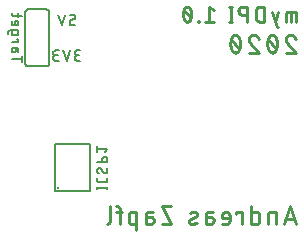
<source format=gbo>
G04 EAGLE Gerber RS-274X export*
G75*
%MOMM*%
%FSLAX34Y34*%
%LPD*%
%INSilkscreen Bottom*%
%IPPOS*%
%AMOC8*
5,1,8,0,0,1.08239X$1,22.5*%
G01*
%ADD10C,0.279400*%
%ADD11C,0.228600*%
%ADD12C,0.152400*%
%ADD13C,0.127000*%
%ADD14C,0.300000*%


D10*
X333603Y7507D02*
X328608Y22493D01*
X323612Y7507D01*
X324861Y11254D02*
X332354Y11254D01*
X316828Y7507D02*
X316828Y17498D01*
X312665Y17498D01*
X312567Y17496D01*
X312469Y17490D01*
X312371Y17481D01*
X312274Y17467D01*
X312178Y17450D01*
X312082Y17429D01*
X311987Y17404D01*
X311893Y17376D01*
X311800Y17344D01*
X311709Y17308D01*
X311619Y17269D01*
X311531Y17226D01*
X311444Y17180D01*
X311360Y17130D01*
X311277Y17077D01*
X311197Y17021D01*
X311119Y16962D01*
X311043Y16900D01*
X310969Y16834D01*
X310899Y16766D01*
X310831Y16696D01*
X310766Y16622D01*
X310703Y16547D01*
X310644Y16468D01*
X310588Y16388D01*
X310535Y16305D01*
X310486Y16221D01*
X310439Y16134D01*
X310396Y16046D01*
X310357Y15956D01*
X310321Y15865D01*
X310289Y15772D01*
X310261Y15678D01*
X310236Y15583D01*
X310215Y15487D01*
X310198Y15391D01*
X310184Y15294D01*
X310175Y15196D01*
X310169Y15098D01*
X310167Y15000D01*
X310167Y7507D01*
X296210Y7507D02*
X296210Y22493D01*
X296210Y7507D02*
X300372Y7507D01*
X300470Y7509D01*
X300568Y7515D01*
X300666Y7524D01*
X300763Y7538D01*
X300859Y7555D01*
X300955Y7576D01*
X301050Y7601D01*
X301144Y7629D01*
X301237Y7661D01*
X301328Y7697D01*
X301418Y7736D01*
X301506Y7779D01*
X301593Y7826D01*
X301677Y7875D01*
X301760Y7928D01*
X301840Y7984D01*
X301919Y8043D01*
X301994Y8106D01*
X302068Y8171D01*
X302138Y8239D01*
X302206Y8309D01*
X302272Y8383D01*
X302334Y8459D01*
X302393Y8537D01*
X302449Y8617D01*
X302502Y8700D01*
X302552Y8784D01*
X302598Y8871D01*
X302641Y8959D01*
X302680Y9049D01*
X302716Y9140D01*
X302748Y9233D01*
X302776Y9327D01*
X302801Y9422D01*
X302822Y9518D01*
X302839Y9614D01*
X302853Y9711D01*
X302862Y9809D01*
X302868Y9907D01*
X302870Y10005D01*
X302870Y15000D01*
X302868Y15098D01*
X302862Y15196D01*
X302853Y15294D01*
X302839Y15391D01*
X302822Y15487D01*
X302801Y15583D01*
X302776Y15678D01*
X302748Y15772D01*
X302716Y15865D01*
X302680Y15956D01*
X302641Y16046D01*
X302598Y16134D01*
X302551Y16221D01*
X302502Y16305D01*
X302449Y16388D01*
X302393Y16468D01*
X302334Y16546D01*
X302271Y16622D01*
X302206Y16696D01*
X302138Y16766D01*
X302068Y16834D01*
X301994Y16899D01*
X301918Y16962D01*
X301840Y17021D01*
X301760Y17077D01*
X301677Y17130D01*
X301593Y17179D01*
X301506Y17226D01*
X301418Y17269D01*
X301328Y17308D01*
X301237Y17344D01*
X301144Y17376D01*
X301050Y17404D01*
X300955Y17429D01*
X300859Y17450D01*
X300763Y17467D01*
X300666Y17481D01*
X300568Y17490D01*
X300470Y17496D01*
X300372Y17498D01*
X296210Y17498D01*
X288043Y17498D02*
X288043Y7507D01*
X288043Y17498D02*
X283047Y17498D01*
X283047Y15833D01*
X275252Y7507D02*
X271089Y7507D01*
X275252Y7507D02*
X275350Y7509D01*
X275448Y7515D01*
X275546Y7524D01*
X275643Y7538D01*
X275739Y7555D01*
X275835Y7576D01*
X275930Y7601D01*
X276024Y7629D01*
X276117Y7661D01*
X276208Y7697D01*
X276298Y7736D01*
X276386Y7779D01*
X276473Y7826D01*
X276557Y7875D01*
X276640Y7928D01*
X276720Y7984D01*
X276799Y8043D01*
X276874Y8106D01*
X276948Y8171D01*
X277018Y8239D01*
X277086Y8309D01*
X277152Y8383D01*
X277214Y8459D01*
X277273Y8537D01*
X277329Y8617D01*
X277382Y8700D01*
X277432Y8784D01*
X277478Y8871D01*
X277521Y8959D01*
X277560Y9049D01*
X277596Y9140D01*
X277628Y9233D01*
X277656Y9327D01*
X277681Y9422D01*
X277702Y9518D01*
X277719Y9614D01*
X277733Y9711D01*
X277742Y9809D01*
X277748Y9907D01*
X277750Y10005D01*
X277750Y14167D01*
X277749Y14167D02*
X277747Y14281D01*
X277741Y14394D01*
X277732Y14508D01*
X277718Y14620D01*
X277701Y14733D01*
X277679Y14845D01*
X277654Y14955D01*
X277626Y15065D01*
X277593Y15174D01*
X277557Y15282D01*
X277517Y15389D01*
X277473Y15494D01*
X277426Y15597D01*
X277376Y15699D01*
X277322Y15799D01*
X277264Y15897D01*
X277203Y15993D01*
X277140Y16087D01*
X277072Y16179D01*
X277002Y16269D01*
X276929Y16355D01*
X276853Y16440D01*
X276774Y16522D01*
X276692Y16601D01*
X276607Y16677D01*
X276521Y16750D01*
X276431Y16820D01*
X276339Y16888D01*
X276245Y16951D01*
X276149Y17012D01*
X276051Y17070D01*
X275951Y17124D01*
X275849Y17174D01*
X275746Y17221D01*
X275641Y17265D01*
X275534Y17305D01*
X275426Y17341D01*
X275317Y17374D01*
X275207Y17402D01*
X275097Y17427D01*
X274985Y17449D01*
X274872Y17466D01*
X274760Y17480D01*
X274646Y17489D01*
X274533Y17495D01*
X274419Y17497D01*
X274305Y17495D01*
X274192Y17489D01*
X274078Y17480D01*
X273966Y17466D01*
X273853Y17449D01*
X273741Y17427D01*
X273631Y17402D01*
X273521Y17374D01*
X273412Y17341D01*
X273304Y17305D01*
X273197Y17265D01*
X273092Y17221D01*
X272989Y17174D01*
X272887Y17124D01*
X272787Y17070D01*
X272689Y17012D01*
X272593Y16951D01*
X272499Y16888D01*
X272407Y16820D01*
X272317Y16750D01*
X272231Y16677D01*
X272146Y16601D01*
X272064Y16522D01*
X271985Y16440D01*
X271909Y16355D01*
X271836Y16269D01*
X271766Y16179D01*
X271698Y16087D01*
X271635Y15993D01*
X271574Y15897D01*
X271516Y15799D01*
X271462Y15699D01*
X271412Y15597D01*
X271365Y15494D01*
X271321Y15389D01*
X271281Y15282D01*
X271245Y15174D01*
X271212Y15065D01*
X271184Y14955D01*
X271159Y14845D01*
X271137Y14733D01*
X271120Y14620D01*
X271106Y14508D01*
X271097Y14394D01*
X271091Y14281D01*
X271089Y14167D01*
X271089Y12502D01*
X277750Y12502D01*
X261399Y13335D02*
X257653Y13335D01*
X261399Y13335D02*
X261505Y13333D01*
X261612Y13327D01*
X261718Y13318D01*
X261823Y13304D01*
X261928Y13287D01*
X262033Y13265D01*
X262136Y13240D01*
X262239Y13211D01*
X262340Y13179D01*
X262440Y13143D01*
X262539Y13103D01*
X262636Y13059D01*
X262731Y13013D01*
X262825Y12962D01*
X262917Y12908D01*
X263007Y12851D01*
X263095Y12791D01*
X263180Y12727D01*
X263263Y12661D01*
X263344Y12591D01*
X263422Y12519D01*
X263497Y12444D01*
X263569Y12366D01*
X263639Y12285D01*
X263705Y12202D01*
X263769Y12117D01*
X263829Y12029D01*
X263886Y11939D01*
X263940Y11847D01*
X263991Y11753D01*
X264037Y11658D01*
X264081Y11561D01*
X264121Y11462D01*
X264157Y11362D01*
X264189Y11261D01*
X264218Y11158D01*
X264243Y11055D01*
X264265Y10950D01*
X264282Y10845D01*
X264296Y10740D01*
X264305Y10634D01*
X264311Y10527D01*
X264313Y10421D01*
X264311Y10315D01*
X264305Y10208D01*
X264296Y10102D01*
X264282Y9997D01*
X264265Y9892D01*
X264243Y9787D01*
X264218Y9684D01*
X264189Y9581D01*
X264157Y9480D01*
X264121Y9380D01*
X264081Y9281D01*
X264037Y9184D01*
X263991Y9089D01*
X263940Y8995D01*
X263886Y8903D01*
X263829Y8813D01*
X263769Y8725D01*
X263705Y8640D01*
X263639Y8557D01*
X263569Y8476D01*
X263497Y8398D01*
X263422Y8323D01*
X263344Y8251D01*
X263263Y8181D01*
X263180Y8115D01*
X263095Y8051D01*
X263007Y7991D01*
X262917Y7934D01*
X262825Y7880D01*
X262731Y7829D01*
X262636Y7783D01*
X262539Y7739D01*
X262440Y7699D01*
X262340Y7663D01*
X262239Y7631D01*
X262136Y7602D01*
X262033Y7577D01*
X261928Y7555D01*
X261823Y7538D01*
X261718Y7524D01*
X261612Y7515D01*
X261505Y7509D01*
X261399Y7507D01*
X257653Y7507D01*
X257653Y15000D01*
X257652Y15000D02*
X257654Y15098D01*
X257660Y15196D01*
X257669Y15294D01*
X257683Y15391D01*
X257700Y15487D01*
X257721Y15583D01*
X257746Y15678D01*
X257774Y15772D01*
X257806Y15865D01*
X257842Y15956D01*
X257881Y16046D01*
X257924Y16134D01*
X257971Y16221D01*
X258020Y16305D01*
X258073Y16388D01*
X258129Y16468D01*
X258188Y16547D01*
X258251Y16622D01*
X258316Y16696D01*
X258384Y16766D01*
X258454Y16834D01*
X258528Y16900D01*
X258604Y16962D01*
X258682Y17021D01*
X258762Y17077D01*
X258845Y17130D01*
X258929Y17180D01*
X259016Y17226D01*
X259104Y17269D01*
X259194Y17308D01*
X259285Y17344D01*
X259378Y17376D01*
X259472Y17404D01*
X259567Y17429D01*
X259663Y17450D01*
X259759Y17467D01*
X259856Y17481D01*
X259954Y17490D01*
X260052Y17496D01*
X260150Y17498D01*
X263481Y17498D01*
X248886Y13335D02*
X244723Y11670D01*
X248886Y13334D02*
X248971Y13370D01*
X249054Y13410D01*
X249135Y13453D01*
X249215Y13500D01*
X249292Y13550D01*
X249368Y13603D01*
X249441Y13659D01*
X249511Y13719D01*
X249579Y13781D01*
X249644Y13846D01*
X249706Y13914D01*
X249766Y13985D01*
X249822Y14058D01*
X249875Y14133D01*
X249925Y14211D01*
X249971Y14290D01*
X250014Y14372D01*
X250054Y14455D01*
X250090Y14540D01*
X250122Y14626D01*
X250151Y14714D01*
X250175Y14803D01*
X250196Y14893D01*
X250213Y14983D01*
X250227Y15074D01*
X250236Y15166D01*
X250241Y15258D01*
X250243Y15350D01*
X250241Y15442D01*
X250234Y15534D01*
X250224Y15626D01*
X250210Y15717D01*
X250192Y15808D01*
X250170Y15897D01*
X250144Y15986D01*
X250114Y16073D01*
X250081Y16159D01*
X250044Y16243D01*
X250004Y16326D01*
X249960Y16407D01*
X249913Y16486D01*
X249862Y16563D01*
X249808Y16638D01*
X249751Y16711D01*
X249691Y16781D01*
X249628Y16848D01*
X249562Y16912D01*
X249494Y16974D01*
X249423Y17033D01*
X249349Y17088D01*
X249273Y17141D01*
X249195Y17190D01*
X249115Y17236D01*
X249034Y17278D01*
X248950Y17317D01*
X248865Y17352D01*
X248778Y17383D01*
X248690Y17411D01*
X248601Y17435D01*
X248511Y17455D01*
X248421Y17472D01*
X248329Y17484D01*
X248237Y17493D01*
X248145Y17497D01*
X248053Y17498D01*
X247826Y17492D01*
X247599Y17481D01*
X247372Y17464D01*
X247146Y17441D01*
X246920Y17414D01*
X246695Y17380D01*
X246471Y17342D01*
X246248Y17298D01*
X246026Y17249D01*
X245805Y17194D01*
X245586Y17134D01*
X245368Y17069D01*
X245152Y16998D01*
X244938Y16923D01*
X244725Y16842D01*
X244515Y16756D01*
X244306Y16665D01*
X244723Y11670D02*
X244638Y11634D01*
X244555Y11594D01*
X244474Y11551D01*
X244394Y11504D01*
X244317Y11454D01*
X244241Y11401D01*
X244168Y11345D01*
X244098Y11285D01*
X244030Y11223D01*
X243965Y11158D01*
X243903Y11090D01*
X243843Y11019D01*
X243787Y10946D01*
X243734Y10871D01*
X243684Y10793D01*
X243638Y10714D01*
X243595Y10632D01*
X243555Y10549D01*
X243519Y10464D01*
X243487Y10378D01*
X243458Y10290D01*
X243434Y10201D01*
X243413Y10111D01*
X243396Y10021D01*
X243382Y9930D01*
X243373Y9838D01*
X243368Y9746D01*
X243366Y9654D01*
X243368Y9562D01*
X243375Y9470D01*
X243385Y9378D01*
X243399Y9287D01*
X243417Y9196D01*
X243439Y9107D01*
X243465Y9018D01*
X243495Y8931D01*
X243528Y8845D01*
X243565Y8761D01*
X243605Y8678D01*
X243649Y8597D01*
X243696Y8518D01*
X243747Y8441D01*
X243801Y8366D01*
X243858Y8293D01*
X243918Y8223D01*
X243981Y8156D01*
X244047Y8092D01*
X244115Y8030D01*
X244186Y7971D01*
X244260Y7916D01*
X244336Y7863D01*
X244414Y7814D01*
X244494Y7768D01*
X244575Y7726D01*
X244659Y7687D01*
X244744Y7652D01*
X244831Y7621D01*
X244919Y7593D01*
X245008Y7569D01*
X245098Y7549D01*
X245188Y7532D01*
X245280Y7520D01*
X245372Y7511D01*
X245464Y7507D01*
X245556Y7506D01*
X245556Y7507D02*
X245890Y7516D01*
X246223Y7533D01*
X246556Y7557D01*
X246889Y7590D01*
X247220Y7630D01*
X247551Y7678D01*
X247880Y7734D01*
X248208Y7797D01*
X248534Y7869D01*
X248858Y7948D01*
X249181Y8034D01*
X249501Y8129D01*
X249819Y8231D01*
X250135Y8340D01*
X228562Y22493D02*
X220237Y22493D01*
X228562Y7507D01*
X220237Y7507D01*
X210858Y13335D02*
X207112Y13335D01*
X210858Y13335D02*
X210964Y13333D01*
X211071Y13327D01*
X211177Y13318D01*
X211282Y13304D01*
X211387Y13287D01*
X211492Y13265D01*
X211595Y13240D01*
X211698Y13211D01*
X211799Y13179D01*
X211899Y13143D01*
X211998Y13103D01*
X212095Y13059D01*
X212190Y13013D01*
X212284Y12962D01*
X212376Y12908D01*
X212466Y12851D01*
X212554Y12791D01*
X212639Y12727D01*
X212722Y12661D01*
X212803Y12591D01*
X212881Y12519D01*
X212956Y12444D01*
X213028Y12366D01*
X213098Y12285D01*
X213164Y12202D01*
X213228Y12117D01*
X213288Y12029D01*
X213345Y11939D01*
X213399Y11847D01*
X213450Y11753D01*
X213496Y11658D01*
X213540Y11561D01*
X213580Y11462D01*
X213616Y11362D01*
X213648Y11261D01*
X213677Y11158D01*
X213702Y11055D01*
X213724Y10950D01*
X213741Y10845D01*
X213755Y10740D01*
X213764Y10634D01*
X213770Y10527D01*
X213772Y10421D01*
X213770Y10315D01*
X213764Y10208D01*
X213755Y10102D01*
X213741Y9997D01*
X213724Y9892D01*
X213702Y9787D01*
X213677Y9684D01*
X213648Y9581D01*
X213616Y9480D01*
X213580Y9380D01*
X213540Y9281D01*
X213496Y9184D01*
X213450Y9089D01*
X213399Y8995D01*
X213345Y8903D01*
X213288Y8813D01*
X213228Y8725D01*
X213164Y8640D01*
X213098Y8557D01*
X213028Y8476D01*
X212956Y8398D01*
X212881Y8323D01*
X212803Y8251D01*
X212722Y8181D01*
X212639Y8115D01*
X212554Y8051D01*
X212466Y7991D01*
X212376Y7934D01*
X212284Y7880D01*
X212190Y7829D01*
X212095Y7783D01*
X211998Y7739D01*
X211899Y7699D01*
X211799Y7663D01*
X211698Y7631D01*
X211595Y7602D01*
X211492Y7577D01*
X211387Y7555D01*
X211282Y7538D01*
X211177Y7524D01*
X211071Y7515D01*
X210964Y7509D01*
X210858Y7507D01*
X207112Y7507D01*
X207112Y15000D01*
X207111Y15000D02*
X207113Y15098D01*
X207119Y15196D01*
X207128Y15294D01*
X207142Y15391D01*
X207159Y15487D01*
X207180Y15583D01*
X207205Y15678D01*
X207233Y15772D01*
X207265Y15865D01*
X207301Y15956D01*
X207340Y16046D01*
X207383Y16134D01*
X207430Y16221D01*
X207479Y16305D01*
X207532Y16388D01*
X207588Y16468D01*
X207647Y16547D01*
X207710Y16622D01*
X207775Y16696D01*
X207843Y16766D01*
X207913Y16834D01*
X207987Y16900D01*
X208063Y16962D01*
X208141Y17021D01*
X208221Y17077D01*
X208304Y17130D01*
X208388Y17180D01*
X208475Y17226D01*
X208563Y17269D01*
X208653Y17308D01*
X208744Y17344D01*
X208837Y17376D01*
X208931Y17404D01*
X209026Y17429D01*
X209122Y17450D01*
X209218Y17467D01*
X209315Y17481D01*
X209413Y17490D01*
X209511Y17496D01*
X209609Y17498D01*
X212940Y17498D01*
X198962Y17498D02*
X198962Y2512D01*
X198962Y17498D02*
X194799Y17498D01*
X194701Y17496D01*
X194603Y17490D01*
X194505Y17481D01*
X194408Y17467D01*
X194312Y17450D01*
X194216Y17429D01*
X194121Y17404D01*
X194027Y17376D01*
X193934Y17344D01*
X193843Y17308D01*
X193753Y17269D01*
X193665Y17226D01*
X193578Y17180D01*
X193494Y17130D01*
X193411Y17077D01*
X193331Y17021D01*
X193253Y16962D01*
X193177Y16900D01*
X193103Y16834D01*
X193033Y16766D01*
X192965Y16696D01*
X192900Y16622D01*
X192837Y16547D01*
X192778Y16468D01*
X192722Y16388D01*
X192669Y16305D01*
X192620Y16221D01*
X192573Y16134D01*
X192530Y16046D01*
X192491Y15956D01*
X192455Y15865D01*
X192423Y15772D01*
X192395Y15678D01*
X192370Y15583D01*
X192349Y15487D01*
X192332Y15391D01*
X192318Y15294D01*
X192309Y15196D01*
X192303Y15098D01*
X192301Y15000D01*
X192302Y15000D02*
X192302Y10005D01*
X192301Y10005D02*
X192303Y9907D01*
X192309Y9809D01*
X192318Y9711D01*
X192332Y9614D01*
X192349Y9518D01*
X192370Y9422D01*
X192395Y9327D01*
X192423Y9233D01*
X192455Y9140D01*
X192491Y9049D01*
X192530Y8959D01*
X192573Y8871D01*
X192620Y8784D01*
X192669Y8700D01*
X192722Y8617D01*
X192778Y8537D01*
X192837Y8459D01*
X192900Y8383D01*
X192965Y8309D01*
X193033Y8239D01*
X193103Y8171D01*
X193177Y8106D01*
X193253Y8043D01*
X193331Y7984D01*
X193411Y7928D01*
X193494Y7875D01*
X193578Y7826D01*
X193665Y7779D01*
X193753Y7736D01*
X193843Y7697D01*
X193934Y7661D01*
X194027Y7629D01*
X194121Y7601D01*
X194216Y7576D01*
X194312Y7555D01*
X194408Y7538D01*
X194505Y7524D01*
X194603Y7515D01*
X194701Y7509D01*
X194799Y7507D01*
X198962Y7507D01*
X184716Y7507D02*
X184716Y19995D01*
X184714Y20093D01*
X184708Y20191D01*
X184699Y20289D01*
X184685Y20386D01*
X184668Y20482D01*
X184647Y20578D01*
X184622Y20673D01*
X184594Y20767D01*
X184562Y20860D01*
X184526Y20951D01*
X184487Y21041D01*
X184444Y21129D01*
X184398Y21216D01*
X184348Y21300D01*
X184295Y21383D01*
X184239Y21463D01*
X184180Y21541D01*
X184118Y21617D01*
X184052Y21691D01*
X183984Y21761D01*
X183914Y21829D01*
X183840Y21894D01*
X183765Y21957D01*
X183686Y22016D01*
X183606Y22072D01*
X183523Y22125D01*
X183439Y22174D01*
X183352Y22221D01*
X183264Y22264D01*
X183174Y22303D01*
X183083Y22339D01*
X182990Y22371D01*
X182896Y22399D01*
X182801Y22424D01*
X182705Y22445D01*
X182609Y22462D01*
X182512Y22476D01*
X182414Y22485D01*
X182316Y22491D01*
X182218Y22493D01*
X181386Y22493D01*
X181386Y17498D02*
X186381Y17498D01*
X176575Y22493D02*
X176575Y10005D01*
X176573Y9907D01*
X176567Y9809D01*
X176558Y9711D01*
X176544Y9614D01*
X176527Y9518D01*
X176506Y9422D01*
X176481Y9327D01*
X176453Y9233D01*
X176421Y9140D01*
X176385Y9049D01*
X176346Y8959D01*
X176303Y8871D01*
X176256Y8784D01*
X176207Y8700D01*
X176154Y8617D01*
X176098Y8537D01*
X176039Y8459D01*
X175977Y8383D01*
X175911Y8309D01*
X175843Y8239D01*
X175773Y8171D01*
X175699Y8106D01*
X175624Y8043D01*
X175545Y7984D01*
X175465Y7928D01*
X175382Y7875D01*
X175298Y7826D01*
X175211Y7779D01*
X175123Y7736D01*
X175033Y7697D01*
X174942Y7661D01*
X174849Y7629D01*
X174755Y7601D01*
X174660Y7576D01*
X174564Y7555D01*
X174468Y7538D01*
X174371Y7524D01*
X174273Y7515D01*
X174175Y7509D01*
X174077Y7507D01*
D11*
X333857Y178643D02*
X333857Y187119D01*
X327500Y187119D01*
X327410Y187117D01*
X327320Y187111D01*
X327231Y187102D01*
X327142Y187089D01*
X327054Y187071D01*
X326966Y187051D01*
X326880Y187026D01*
X326794Y186998D01*
X326710Y186966D01*
X326627Y186931D01*
X326546Y186892D01*
X326467Y186850D01*
X326389Y186804D01*
X326313Y186756D01*
X326240Y186704D01*
X326169Y186649D01*
X326100Y186591D01*
X326034Y186530D01*
X325970Y186466D01*
X325909Y186400D01*
X325851Y186331D01*
X325796Y186260D01*
X325744Y186187D01*
X325696Y186111D01*
X325650Y186033D01*
X325608Y185954D01*
X325569Y185873D01*
X325534Y185790D01*
X325502Y185706D01*
X325474Y185620D01*
X325449Y185534D01*
X325429Y185446D01*
X325411Y185358D01*
X325398Y185269D01*
X325389Y185180D01*
X325383Y185090D01*
X325381Y185000D01*
X325381Y178643D01*
X329619Y178643D02*
X329619Y187119D01*
X318944Y174405D02*
X317532Y174405D01*
X313294Y187119D01*
X318944Y187119D02*
X316119Y178643D01*
X307051Y178643D02*
X307051Y191357D01*
X303519Y191357D01*
X303401Y191355D01*
X303283Y191349D01*
X303165Y191339D01*
X303048Y191325D01*
X302932Y191308D01*
X302815Y191286D01*
X302700Y191261D01*
X302586Y191232D01*
X302473Y191198D01*
X302360Y191162D01*
X302250Y191121D01*
X302140Y191077D01*
X302032Y191029D01*
X301926Y190977D01*
X301822Y190922D01*
X301719Y190864D01*
X301618Y190802D01*
X301520Y190737D01*
X301424Y190669D01*
X301330Y190597D01*
X301239Y190522D01*
X301150Y190445D01*
X301064Y190364D01*
X300980Y190280D01*
X300899Y190194D01*
X300822Y190105D01*
X300747Y190014D01*
X300675Y189920D01*
X300607Y189824D01*
X300542Y189726D01*
X300480Y189625D01*
X300422Y189522D01*
X300367Y189418D01*
X300315Y189312D01*
X300267Y189204D01*
X300223Y189094D01*
X300182Y188984D01*
X300146Y188871D01*
X300112Y188758D01*
X300083Y188644D01*
X300058Y188529D01*
X300036Y188412D01*
X300019Y188296D01*
X300005Y188179D01*
X299995Y188061D01*
X299989Y187943D01*
X299987Y187825D01*
X299987Y182175D01*
X299989Y182057D01*
X299995Y181939D01*
X300005Y181821D01*
X300019Y181704D01*
X300036Y181588D01*
X300058Y181471D01*
X300083Y181356D01*
X300112Y181242D01*
X300146Y181129D01*
X300182Y181016D01*
X300223Y180906D01*
X300267Y180796D01*
X300315Y180688D01*
X300367Y180582D01*
X300422Y180478D01*
X300480Y180375D01*
X300542Y180274D01*
X300607Y180176D01*
X300675Y180080D01*
X300747Y179986D01*
X300822Y179895D01*
X300899Y179806D01*
X300980Y179720D01*
X301064Y179636D01*
X301150Y179555D01*
X301239Y179478D01*
X301330Y179403D01*
X301424Y179331D01*
X301520Y179263D01*
X301618Y179198D01*
X301719Y179136D01*
X301822Y179078D01*
X301926Y179023D01*
X302032Y178971D01*
X302140Y178923D01*
X302250Y178879D01*
X302360Y178838D01*
X302473Y178802D01*
X302586Y178768D01*
X302700Y178739D01*
X302815Y178714D01*
X302932Y178692D01*
X303048Y178675D01*
X303165Y178661D01*
X303283Y178651D01*
X303401Y178645D01*
X303519Y178643D01*
X307051Y178643D01*
X292360Y178643D02*
X292360Y191357D01*
X288829Y191357D01*
X288711Y191355D01*
X288593Y191349D01*
X288475Y191339D01*
X288358Y191325D01*
X288242Y191308D01*
X288125Y191286D01*
X288010Y191261D01*
X287896Y191232D01*
X287783Y191198D01*
X287670Y191162D01*
X287560Y191121D01*
X287450Y191077D01*
X287342Y191029D01*
X287236Y190977D01*
X287132Y190922D01*
X287029Y190864D01*
X286928Y190802D01*
X286830Y190737D01*
X286734Y190669D01*
X286640Y190597D01*
X286549Y190522D01*
X286460Y190445D01*
X286374Y190364D01*
X286290Y190280D01*
X286209Y190194D01*
X286132Y190105D01*
X286057Y190014D01*
X285985Y189920D01*
X285917Y189824D01*
X285852Y189726D01*
X285790Y189625D01*
X285732Y189522D01*
X285677Y189418D01*
X285625Y189312D01*
X285577Y189204D01*
X285533Y189094D01*
X285492Y188984D01*
X285456Y188871D01*
X285422Y188758D01*
X285393Y188644D01*
X285368Y188529D01*
X285346Y188412D01*
X285329Y188296D01*
X285315Y188179D01*
X285305Y188061D01*
X285299Y187943D01*
X285297Y187825D01*
X285299Y187707D01*
X285305Y187589D01*
X285315Y187471D01*
X285329Y187354D01*
X285346Y187238D01*
X285368Y187121D01*
X285393Y187006D01*
X285422Y186892D01*
X285456Y186779D01*
X285492Y186666D01*
X285533Y186556D01*
X285577Y186446D01*
X285625Y186338D01*
X285677Y186232D01*
X285732Y186128D01*
X285790Y186025D01*
X285852Y185924D01*
X285917Y185826D01*
X285985Y185730D01*
X286057Y185636D01*
X286132Y185545D01*
X286209Y185456D01*
X286290Y185370D01*
X286374Y185286D01*
X286460Y185205D01*
X286549Y185128D01*
X286640Y185053D01*
X286734Y184981D01*
X286830Y184913D01*
X286928Y184848D01*
X287029Y184786D01*
X287132Y184728D01*
X287236Y184673D01*
X287342Y184621D01*
X287450Y184573D01*
X287560Y184529D01*
X287670Y184488D01*
X287783Y184452D01*
X287896Y184418D01*
X288010Y184389D01*
X288125Y184364D01*
X288242Y184342D01*
X288358Y184325D01*
X288475Y184311D01*
X288593Y184301D01*
X288711Y184295D01*
X288829Y184293D01*
X288829Y184294D02*
X292360Y184294D01*
X278769Y178643D02*
X278769Y191357D01*
X280182Y178643D02*
X277356Y178643D01*
X277356Y191357D02*
X280182Y191357D01*
X264301Y188532D02*
X260769Y191357D01*
X260769Y178643D01*
X264301Y178643D02*
X257237Y178643D01*
X251672Y178643D02*
X251672Y179349D01*
X250966Y179349D01*
X250966Y178643D01*
X251672Y178643D01*
X245401Y185000D02*
X245398Y185250D01*
X245389Y185500D01*
X245374Y185750D01*
X245353Y185999D01*
X245326Y186248D01*
X245294Y186496D01*
X245255Y186743D01*
X245210Y186989D01*
X245160Y187234D01*
X245104Y187478D01*
X245042Y187720D01*
X244974Y187961D01*
X244900Y188200D01*
X244821Y188437D01*
X244736Y188672D01*
X244646Y188905D01*
X244550Y189136D01*
X244448Y189365D01*
X244342Y189591D01*
X244341Y189591D02*
X244306Y189687D01*
X244268Y189780D01*
X244226Y189873D01*
X244180Y189963D01*
X244131Y190052D01*
X244079Y190138D01*
X244023Y190223D01*
X243964Y190305D01*
X243902Y190385D01*
X243837Y190463D01*
X243769Y190538D01*
X243698Y190610D01*
X243624Y190680D01*
X243548Y190746D01*
X243469Y190810D01*
X243388Y190870D01*
X243304Y190928D01*
X243219Y190982D01*
X243131Y191032D01*
X243041Y191079D01*
X242950Y191123D01*
X242857Y191163D01*
X242762Y191200D01*
X242666Y191232D01*
X242569Y191261D01*
X242471Y191287D01*
X242372Y191308D01*
X242273Y191326D01*
X242172Y191339D01*
X242071Y191349D01*
X241970Y191355D01*
X241869Y191357D01*
X241768Y191355D01*
X241667Y191349D01*
X241566Y191339D01*
X241465Y191326D01*
X241366Y191308D01*
X241267Y191287D01*
X241169Y191261D01*
X241072Y191232D01*
X240976Y191200D01*
X240881Y191163D01*
X240788Y191123D01*
X240697Y191079D01*
X240607Y191032D01*
X240519Y190982D01*
X240434Y190928D01*
X240350Y190870D01*
X240269Y190810D01*
X240190Y190746D01*
X240114Y190680D01*
X240040Y190610D01*
X239969Y190538D01*
X239901Y190463D01*
X239836Y190385D01*
X239774Y190305D01*
X239715Y190223D01*
X239659Y190138D01*
X239607Y190052D01*
X239558Y189963D01*
X239512Y189873D01*
X239470Y189780D01*
X239432Y189687D01*
X239397Y189591D01*
X239291Y189365D01*
X239189Y189136D01*
X239093Y188905D01*
X239003Y188672D01*
X238918Y188437D01*
X238839Y188200D01*
X238765Y187961D01*
X238697Y187720D01*
X238635Y187478D01*
X238579Y187234D01*
X238529Y186989D01*
X238484Y186743D01*
X238445Y186496D01*
X238413Y186248D01*
X238386Y185999D01*
X238365Y185750D01*
X238350Y185500D01*
X238341Y185250D01*
X238338Y185000D01*
X245400Y185000D02*
X245397Y184750D01*
X245388Y184500D01*
X245373Y184250D01*
X245352Y184001D01*
X245325Y183752D01*
X245293Y183504D01*
X245254Y183257D01*
X245209Y183011D01*
X245159Y182766D01*
X245103Y182522D01*
X245041Y182280D01*
X244973Y182039D01*
X244899Y181800D01*
X244820Y181563D01*
X244735Y181328D01*
X244645Y181095D01*
X244549Y180864D01*
X244447Y180635D01*
X244341Y180409D01*
X244306Y180313D01*
X244268Y180220D01*
X244226Y180127D01*
X244180Y180037D01*
X244131Y179948D01*
X244079Y179862D01*
X244023Y179777D01*
X243964Y179695D01*
X243902Y179615D01*
X243837Y179537D01*
X243769Y179462D01*
X243698Y179390D01*
X243624Y179320D01*
X243548Y179254D01*
X243469Y179190D01*
X243388Y179130D01*
X243304Y179072D01*
X243219Y179018D01*
X243131Y178968D01*
X243041Y178921D01*
X242950Y178877D01*
X242857Y178837D01*
X242762Y178800D01*
X242666Y178768D01*
X242569Y178739D01*
X242471Y178713D01*
X242372Y178692D01*
X242273Y178674D01*
X242172Y178661D01*
X242071Y178651D01*
X241970Y178645D01*
X241869Y178643D01*
X239397Y180409D02*
X239291Y180635D01*
X239189Y180864D01*
X239093Y181095D01*
X239003Y181328D01*
X238918Y181563D01*
X238839Y181800D01*
X238765Y182039D01*
X238697Y182280D01*
X238635Y182522D01*
X238579Y182766D01*
X238529Y183011D01*
X238484Y183257D01*
X238445Y183504D01*
X238413Y183752D01*
X238386Y184001D01*
X238365Y184250D01*
X238350Y184500D01*
X238341Y184750D01*
X238338Y185000D01*
X239397Y180409D02*
X239432Y180313D01*
X239470Y180220D01*
X239512Y180127D01*
X239558Y180037D01*
X239607Y179948D01*
X239659Y179862D01*
X239715Y179777D01*
X239774Y179695D01*
X239836Y179615D01*
X239901Y179537D01*
X239969Y179462D01*
X240040Y179390D01*
X240114Y179320D01*
X240190Y179254D01*
X240269Y179190D01*
X240350Y179130D01*
X240434Y179072D01*
X240519Y179018D01*
X240607Y178968D01*
X240697Y178921D01*
X240788Y178877D01*
X240881Y178837D01*
X240976Y178800D01*
X241072Y178768D01*
X241169Y178739D01*
X241267Y178713D01*
X241366Y178692D01*
X241465Y178674D01*
X241566Y178661D01*
X241667Y178651D01*
X241768Y178645D01*
X241869Y178643D01*
X244694Y181468D02*
X239044Y188532D01*
D10*
X325277Y163747D02*
X325279Y163867D01*
X325285Y163987D01*
X325294Y164107D01*
X325308Y164226D01*
X325325Y164345D01*
X325346Y164463D01*
X325371Y164581D01*
X325400Y164697D01*
X325432Y164813D01*
X325468Y164928D01*
X325508Y165041D01*
X325551Y165153D01*
X325598Y165264D01*
X325648Y165373D01*
X325702Y165480D01*
X325759Y165586D01*
X325820Y165689D01*
X325884Y165791D01*
X325951Y165891D01*
X326021Y165988D01*
X326094Y166083D01*
X326171Y166176D01*
X326250Y166266D01*
X326332Y166354D01*
X326417Y166439D01*
X326505Y166521D01*
X326595Y166600D01*
X326688Y166677D01*
X326783Y166750D01*
X326880Y166820D01*
X326980Y166887D01*
X327082Y166951D01*
X327185Y167012D01*
X327291Y167069D01*
X327398Y167123D01*
X327507Y167173D01*
X327618Y167220D01*
X327730Y167263D01*
X327843Y167303D01*
X327958Y167339D01*
X328074Y167371D01*
X328190Y167400D01*
X328308Y167425D01*
X328426Y167446D01*
X328545Y167463D01*
X328664Y167477D01*
X328784Y167486D01*
X328904Y167492D01*
X329024Y167494D01*
X329024Y167493D02*
X329162Y167491D01*
X329299Y167485D01*
X329436Y167475D01*
X329573Y167462D01*
X329709Y167444D01*
X329845Y167422D01*
X329981Y167397D01*
X330115Y167368D01*
X330248Y167335D01*
X330381Y167298D01*
X330512Y167257D01*
X330643Y167213D01*
X330771Y167165D01*
X330899Y167113D01*
X331025Y167057D01*
X331149Y166998D01*
X331272Y166936D01*
X331392Y166870D01*
X331511Y166801D01*
X331628Y166728D01*
X331743Y166652D01*
X331855Y166572D01*
X331965Y166490D01*
X332073Y166404D01*
X332178Y166316D01*
X332280Y166224D01*
X332380Y166130D01*
X332478Y166032D01*
X332572Y165932D01*
X332664Y165829D01*
X332752Y165724D01*
X332837Y165616D01*
X332920Y165506D01*
X332999Y165394D01*
X333075Y165279D01*
X333148Y165162D01*
X333217Y165043D01*
X333283Y164923D01*
X333345Y164800D01*
X333404Y164676D01*
X333459Y164550D01*
X333511Y164422D01*
X333559Y164293D01*
X333603Y164163D01*
X326527Y160833D02*
X326437Y160921D01*
X326351Y161012D01*
X326267Y161105D01*
X326186Y161201D01*
X326108Y161299D01*
X326034Y161399D01*
X325962Y161502D01*
X325894Y161607D01*
X325829Y161715D01*
X325767Y161824D01*
X325709Y161935D01*
X325654Y162048D01*
X325603Y162162D01*
X325556Y162278D01*
X325512Y162395D01*
X325472Y162514D01*
X325435Y162634D01*
X325402Y162755D01*
X325373Y162877D01*
X325348Y162999D01*
X325327Y163123D01*
X325309Y163247D01*
X325296Y163372D01*
X325286Y163497D01*
X325280Y163622D01*
X325278Y163747D01*
X326526Y160833D02*
X333603Y152507D01*
X325277Y152507D01*
X317972Y160000D02*
X317968Y160295D01*
X317958Y160589D01*
X317940Y160884D01*
X317916Y161178D01*
X317884Y161471D01*
X317846Y161763D01*
X317800Y162054D01*
X317747Y162344D01*
X317688Y162633D01*
X317622Y162920D01*
X317549Y163206D01*
X317469Y163490D01*
X317382Y163772D01*
X317289Y164051D01*
X317189Y164329D01*
X317082Y164603D01*
X316969Y164876D01*
X316849Y165145D01*
X316723Y165412D01*
X316685Y165515D01*
X316644Y165616D01*
X316600Y165715D01*
X316552Y165814D01*
X316501Y165910D01*
X316446Y166004D01*
X316388Y166097D01*
X316327Y166187D01*
X316262Y166275D01*
X316195Y166361D01*
X316124Y166444D01*
X316051Y166525D01*
X315975Y166603D01*
X315896Y166679D01*
X315814Y166751D01*
X315730Y166821D01*
X315643Y166887D01*
X315555Y166951D01*
X315464Y167011D01*
X315370Y167068D01*
X315275Y167122D01*
X315178Y167172D01*
X315080Y167219D01*
X314980Y167262D01*
X314878Y167302D01*
X314775Y167338D01*
X314671Y167370D01*
X314565Y167399D01*
X314459Y167424D01*
X314352Y167445D01*
X314244Y167462D01*
X314136Y167476D01*
X314027Y167485D01*
X313918Y167491D01*
X313809Y167493D01*
X313700Y167491D01*
X313591Y167485D01*
X313482Y167476D01*
X313374Y167462D01*
X313266Y167445D01*
X313159Y167424D01*
X313052Y167399D01*
X312947Y167370D01*
X312843Y167338D01*
X312740Y167302D01*
X312638Y167262D01*
X312538Y167219D01*
X312439Y167172D01*
X312342Y167121D01*
X312247Y167068D01*
X312154Y167011D01*
X312063Y166950D01*
X311974Y166887D01*
X311888Y166820D01*
X311803Y166751D01*
X311722Y166678D01*
X311643Y166603D01*
X311567Y166525D01*
X311493Y166444D01*
X311423Y166361D01*
X311355Y166275D01*
X311290Y166187D01*
X311229Y166096D01*
X311171Y166004D01*
X311116Y165909D01*
X311065Y165813D01*
X311017Y165715D01*
X310973Y165615D01*
X310932Y165514D01*
X310895Y165411D01*
X310895Y165412D02*
X310769Y165145D01*
X310649Y164876D01*
X310536Y164603D01*
X310429Y164329D01*
X310329Y164051D01*
X310236Y163772D01*
X310149Y163490D01*
X310069Y163206D01*
X309996Y162920D01*
X309930Y162633D01*
X309871Y162344D01*
X309818Y162054D01*
X309772Y161763D01*
X309734Y161471D01*
X309702Y161178D01*
X309678Y160884D01*
X309660Y160589D01*
X309650Y160295D01*
X309646Y160000D01*
X317972Y160000D02*
X317968Y159705D01*
X317958Y159411D01*
X317940Y159116D01*
X317916Y158822D01*
X317884Y158529D01*
X317846Y158237D01*
X317800Y157946D01*
X317747Y157656D01*
X317688Y157367D01*
X317622Y157080D01*
X317549Y156794D01*
X317469Y156510D01*
X317382Y156228D01*
X317289Y155949D01*
X317189Y155671D01*
X317082Y155397D01*
X316969Y155124D01*
X316849Y154855D01*
X316723Y154588D01*
X316685Y154485D01*
X316644Y154384D01*
X316600Y154285D01*
X316552Y154186D01*
X316501Y154090D01*
X316446Y153996D01*
X316388Y153903D01*
X316327Y153813D01*
X316262Y153725D01*
X316195Y153639D01*
X316124Y153556D01*
X316051Y153475D01*
X315975Y153397D01*
X315896Y153321D01*
X315814Y153249D01*
X315730Y153179D01*
X315643Y153113D01*
X315555Y153049D01*
X315464Y152989D01*
X315370Y152932D01*
X315275Y152878D01*
X315178Y152828D01*
X315080Y152781D01*
X314980Y152738D01*
X314878Y152698D01*
X314775Y152662D01*
X314671Y152630D01*
X314565Y152601D01*
X314459Y152576D01*
X314352Y152555D01*
X314244Y152538D01*
X314136Y152524D01*
X314027Y152515D01*
X313918Y152509D01*
X313809Y152507D01*
X310895Y154588D02*
X310769Y154855D01*
X310649Y155124D01*
X310536Y155397D01*
X310429Y155671D01*
X310329Y155949D01*
X310236Y156228D01*
X310149Y156510D01*
X310069Y156794D01*
X309996Y157080D01*
X309930Y157367D01*
X309871Y157656D01*
X309818Y157946D01*
X309772Y158237D01*
X309734Y158529D01*
X309702Y158822D01*
X309678Y159116D01*
X309660Y159411D01*
X309650Y159705D01*
X309646Y160000D01*
X310895Y154589D02*
X310932Y154486D01*
X310973Y154385D01*
X311017Y154285D01*
X311065Y154187D01*
X311116Y154091D01*
X311171Y153996D01*
X311229Y153904D01*
X311290Y153813D01*
X311355Y153725D01*
X311423Y153639D01*
X311493Y153556D01*
X311567Y153475D01*
X311643Y153397D01*
X311722Y153322D01*
X311803Y153249D01*
X311888Y153180D01*
X311974Y153113D01*
X312063Y153050D01*
X312154Y152989D01*
X312247Y152932D01*
X312342Y152879D01*
X312439Y152828D01*
X312538Y152781D01*
X312638Y152738D01*
X312740Y152698D01*
X312843Y152662D01*
X312947Y152630D01*
X313052Y152601D01*
X313159Y152576D01*
X313266Y152555D01*
X313374Y152538D01*
X313482Y152524D01*
X313591Y152515D01*
X313700Y152509D01*
X313809Y152507D01*
X317139Y155837D02*
X310479Y164163D01*
X297762Y167494D02*
X297642Y167492D01*
X297522Y167486D01*
X297402Y167477D01*
X297283Y167463D01*
X297164Y167446D01*
X297046Y167425D01*
X296928Y167400D01*
X296812Y167371D01*
X296696Y167339D01*
X296581Y167303D01*
X296468Y167263D01*
X296356Y167220D01*
X296245Y167173D01*
X296136Y167123D01*
X296029Y167069D01*
X295923Y167012D01*
X295820Y166951D01*
X295718Y166887D01*
X295618Y166820D01*
X295521Y166750D01*
X295426Y166677D01*
X295333Y166600D01*
X295243Y166521D01*
X295155Y166439D01*
X295070Y166354D01*
X294988Y166266D01*
X294909Y166176D01*
X294832Y166083D01*
X294759Y165988D01*
X294689Y165891D01*
X294622Y165791D01*
X294558Y165689D01*
X294497Y165586D01*
X294440Y165480D01*
X294386Y165373D01*
X294336Y165264D01*
X294289Y165153D01*
X294246Y165041D01*
X294206Y164928D01*
X294170Y164813D01*
X294138Y164697D01*
X294109Y164581D01*
X294084Y164463D01*
X294063Y164345D01*
X294046Y164226D01*
X294032Y164107D01*
X294023Y163987D01*
X294017Y163867D01*
X294015Y163747D01*
X297762Y167493D02*
X297900Y167491D01*
X298037Y167485D01*
X298174Y167475D01*
X298311Y167462D01*
X298447Y167444D01*
X298583Y167422D01*
X298719Y167397D01*
X298853Y167368D01*
X298986Y167335D01*
X299119Y167298D01*
X299250Y167257D01*
X299381Y167213D01*
X299509Y167165D01*
X299637Y167113D01*
X299763Y167057D01*
X299887Y166998D01*
X300010Y166936D01*
X300130Y166870D01*
X300249Y166801D01*
X300366Y166728D01*
X300481Y166652D01*
X300593Y166572D01*
X300703Y166490D01*
X300811Y166404D01*
X300916Y166316D01*
X301018Y166224D01*
X301118Y166130D01*
X301216Y166032D01*
X301310Y165932D01*
X301402Y165829D01*
X301490Y165724D01*
X301575Y165616D01*
X301658Y165506D01*
X301737Y165394D01*
X301813Y165279D01*
X301886Y165162D01*
X301955Y165043D01*
X302021Y164923D01*
X302083Y164800D01*
X302142Y164676D01*
X302197Y164550D01*
X302249Y164422D01*
X302297Y164293D01*
X302341Y164163D01*
X295264Y160833D02*
X295174Y160921D01*
X295088Y161012D01*
X295004Y161105D01*
X294923Y161201D01*
X294845Y161299D01*
X294771Y161399D01*
X294699Y161502D01*
X294631Y161607D01*
X294566Y161715D01*
X294504Y161824D01*
X294446Y161935D01*
X294391Y162048D01*
X294340Y162162D01*
X294293Y162278D01*
X294249Y162395D01*
X294209Y162514D01*
X294172Y162634D01*
X294139Y162755D01*
X294110Y162877D01*
X294085Y162999D01*
X294064Y163123D01*
X294046Y163247D01*
X294033Y163372D01*
X294023Y163497D01*
X294017Y163622D01*
X294015Y163747D01*
X295264Y160833D02*
X302341Y152507D01*
X294015Y152507D01*
X286710Y160000D02*
X286706Y160295D01*
X286696Y160589D01*
X286678Y160884D01*
X286654Y161178D01*
X286622Y161471D01*
X286584Y161763D01*
X286538Y162054D01*
X286485Y162344D01*
X286426Y162633D01*
X286360Y162920D01*
X286287Y163206D01*
X286207Y163490D01*
X286120Y163772D01*
X286027Y164051D01*
X285927Y164329D01*
X285820Y164603D01*
X285707Y164876D01*
X285587Y165145D01*
X285461Y165412D01*
X285423Y165515D01*
X285382Y165616D01*
X285338Y165715D01*
X285290Y165814D01*
X285239Y165910D01*
X285184Y166004D01*
X285126Y166097D01*
X285065Y166187D01*
X285000Y166275D01*
X284933Y166361D01*
X284862Y166444D01*
X284789Y166525D01*
X284713Y166603D01*
X284634Y166679D01*
X284552Y166751D01*
X284468Y166821D01*
X284381Y166887D01*
X284293Y166951D01*
X284202Y167011D01*
X284108Y167068D01*
X284013Y167122D01*
X283916Y167172D01*
X283818Y167219D01*
X283718Y167262D01*
X283616Y167302D01*
X283513Y167338D01*
X283409Y167370D01*
X283303Y167399D01*
X283197Y167424D01*
X283090Y167445D01*
X282982Y167462D01*
X282874Y167476D01*
X282765Y167485D01*
X282656Y167491D01*
X282547Y167493D01*
X282438Y167491D01*
X282329Y167485D01*
X282220Y167476D01*
X282112Y167462D01*
X282004Y167445D01*
X281897Y167424D01*
X281790Y167399D01*
X281685Y167370D01*
X281581Y167338D01*
X281478Y167302D01*
X281376Y167262D01*
X281276Y167219D01*
X281177Y167172D01*
X281080Y167121D01*
X280985Y167068D01*
X280892Y167011D01*
X280801Y166950D01*
X280712Y166887D01*
X280626Y166820D01*
X280541Y166751D01*
X280460Y166678D01*
X280381Y166603D01*
X280305Y166525D01*
X280231Y166444D01*
X280161Y166361D01*
X280093Y166275D01*
X280028Y166187D01*
X279967Y166096D01*
X279909Y166004D01*
X279854Y165909D01*
X279803Y165813D01*
X279755Y165715D01*
X279711Y165615D01*
X279670Y165514D01*
X279633Y165411D01*
X279632Y165412D02*
X279506Y165145D01*
X279386Y164876D01*
X279273Y164603D01*
X279166Y164329D01*
X279066Y164051D01*
X278973Y163772D01*
X278886Y163490D01*
X278806Y163206D01*
X278733Y162920D01*
X278667Y162633D01*
X278608Y162344D01*
X278555Y162054D01*
X278509Y161763D01*
X278471Y161471D01*
X278439Y161178D01*
X278415Y160884D01*
X278397Y160589D01*
X278387Y160295D01*
X278383Y160000D01*
X286710Y160000D02*
X286706Y159705D01*
X286696Y159411D01*
X286678Y159116D01*
X286654Y158822D01*
X286622Y158529D01*
X286584Y158237D01*
X286538Y157946D01*
X286485Y157656D01*
X286426Y157367D01*
X286360Y157080D01*
X286287Y156794D01*
X286207Y156510D01*
X286120Y156228D01*
X286027Y155949D01*
X285927Y155671D01*
X285820Y155397D01*
X285707Y155124D01*
X285587Y154855D01*
X285461Y154588D01*
X285423Y154485D01*
X285382Y154384D01*
X285338Y154285D01*
X285290Y154186D01*
X285239Y154090D01*
X285184Y153996D01*
X285126Y153903D01*
X285065Y153813D01*
X285000Y153725D01*
X284933Y153639D01*
X284862Y153556D01*
X284789Y153475D01*
X284713Y153397D01*
X284634Y153321D01*
X284552Y153249D01*
X284468Y153179D01*
X284381Y153113D01*
X284293Y153049D01*
X284202Y152989D01*
X284108Y152932D01*
X284013Y152878D01*
X283916Y152828D01*
X283818Y152781D01*
X283718Y152738D01*
X283616Y152698D01*
X283513Y152662D01*
X283409Y152630D01*
X283303Y152601D01*
X283197Y152576D01*
X283090Y152555D01*
X282982Y152538D01*
X282874Y152524D01*
X282765Y152515D01*
X282656Y152509D01*
X282547Y152507D01*
X279633Y154588D02*
X279507Y154855D01*
X279387Y155124D01*
X279274Y155397D01*
X279167Y155671D01*
X279067Y155949D01*
X278974Y156228D01*
X278887Y156510D01*
X278807Y156794D01*
X278734Y157080D01*
X278668Y157367D01*
X278609Y157656D01*
X278556Y157946D01*
X278510Y158237D01*
X278472Y158529D01*
X278440Y158822D01*
X278416Y159116D01*
X278398Y159411D01*
X278388Y159705D01*
X278384Y160000D01*
X279633Y154589D02*
X279670Y154486D01*
X279711Y154385D01*
X279755Y154285D01*
X279803Y154187D01*
X279854Y154091D01*
X279909Y153996D01*
X279967Y153904D01*
X280028Y153813D01*
X280093Y153725D01*
X280161Y153639D01*
X280231Y153556D01*
X280305Y153475D01*
X280381Y153397D01*
X280460Y153322D01*
X280541Y153249D01*
X280626Y153180D01*
X280712Y153113D01*
X280801Y153050D01*
X280892Y152989D01*
X280985Y152932D01*
X281080Y152879D01*
X281177Y152828D01*
X281276Y152781D01*
X281376Y152738D01*
X281478Y152698D01*
X281581Y152662D01*
X281685Y152630D01*
X281790Y152601D01*
X281897Y152576D01*
X282004Y152555D01*
X282112Y152538D01*
X282220Y152524D01*
X282329Y152515D01*
X282438Y152509D01*
X282547Y152507D01*
X285877Y155837D02*
X279216Y164163D01*
D12*
X147211Y175682D02*
X144332Y175682D01*
X144246Y175684D01*
X144160Y175690D01*
X144074Y175699D01*
X143989Y175713D01*
X143905Y175730D01*
X143821Y175751D01*
X143739Y175776D01*
X143658Y175804D01*
X143578Y175836D01*
X143499Y175872D01*
X143423Y175911D01*
X143348Y175954D01*
X143275Y175999D01*
X143204Y176048D01*
X143136Y176101D01*
X143069Y176156D01*
X143006Y176214D01*
X142945Y176275D01*
X142887Y176338D01*
X142832Y176405D01*
X142779Y176473D01*
X142730Y176544D01*
X142685Y176617D01*
X142642Y176692D01*
X142603Y176768D01*
X142567Y176847D01*
X142535Y176927D01*
X142507Y177008D01*
X142482Y177090D01*
X142461Y177174D01*
X142444Y177258D01*
X142430Y177343D01*
X142421Y177429D01*
X142415Y177515D01*
X142413Y177601D01*
X142413Y178561D01*
X142415Y178647D01*
X142421Y178733D01*
X142430Y178819D01*
X142444Y178904D01*
X142461Y178988D01*
X142482Y179072D01*
X142507Y179154D01*
X142535Y179235D01*
X142567Y179315D01*
X142603Y179394D01*
X142642Y179470D01*
X142685Y179545D01*
X142730Y179618D01*
X142780Y179689D01*
X142832Y179757D01*
X142887Y179824D01*
X142945Y179887D01*
X143006Y179948D01*
X143069Y180006D01*
X143136Y180061D01*
X143204Y180114D01*
X143275Y180163D01*
X143348Y180208D01*
X143423Y180251D01*
X143499Y180290D01*
X143578Y180326D01*
X143658Y180358D01*
X143739Y180386D01*
X143822Y180411D01*
X143905Y180432D01*
X143989Y180449D01*
X144074Y180463D01*
X144160Y180472D01*
X144246Y180478D01*
X144332Y180480D01*
X147211Y180480D01*
X147211Y184318D01*
X142413Y184318D01*
X138547Y184318D02*
X135668Y175682D01*
X132789Y184318D01*
X149144Y145682D02*
X151543Y145682D01*
X149144Y145682D02*
X149047Y145684D01*
X148951Y145690D01*
X148855Y145699D01*
X148759Y145713D01*
X148664Y145730D01*
X148570Y145752D01*
X148477Y145777D01*
X148384Y145805D01*
X148293Y145838D01*
X148204Y145874D01*
X148116Y145914D01*
X148029Y145957D01*
X147944Y146003D01*
X147862Y146053D01*
X147781Y146107D01*
X147703Y146163D01*
X147627Y146223D01*
X147553Y146285D01*
X147482Y146351D01*
X147414Y146419D01*
X147348Y146490D01*
X147286Y146564D01*
X147226Y146640D01*
X147170Y146718D01*
X147116Y146799D01*
X147066Y146882D01*
X147020Y146966D01*
X146977Y147053D01*
X146937Y147141D01*
X146901Y147230D01*
X146868Y147321D01*
X146840Y147414D01*
X146815Y147507D01*
X146793Y147601D01*
X146776Y147696D01*
X146762Y147792D01*
X146753Y147888D01*
X146747Y147984D01*
X146745Y148081D01*
X146747Y148178D01*
X146753Y148274D01*
X146762Y148370D01*
X146776Y148466D01*
X146793Y148561D01*
X146815Y148655D01*
X146840Y148748D01*
X146868Y148841D01*
X146901Y148932D01*
X146937Y149021D01*
X146977Y149109D01*
X147020Y149196D01*
X147066Y149281D01*
X147116Y149363D01*
X147170Y149444D01*
X147226Y149522D01*
X147286Y149598D01*
X147348Y149672D01*
X147414Y149743D01*
X147482Y149811D01*
X147553Y149877D01*
X147627Y149939D01*
X147703Y149999D01*
X147781Y150055D01*
X147862Y150109D01*
X147945Y150159D01*
X148029Y150205D01*
X148116Y150248D01*
X148204Y150288D01*
X148293Y150324D01*
X148384Y150357D01*
X148477Y150385D01*
X148570Y150410D01*
X148664Y150432D01*
X148759Y150449D01*
X148855Y150463D01*
X148951Y150472D01*
X149047Y150478D01*
X149144Y150480D01*
X148664Y154318D02*
X151543Y154318D01*
X148664Y154318D02*
X148578Y154316D01*
X148492Y154310D01*
X148406Y154301D01*
X148321Y154287D01*
X148237Y154270D01*
X148153Y154249D01*
X148071Y154224D01*
X147990Y154196D01*
X147910Y154164D01*
X147831Y154128D01*
X147755Y154089D01*
X147680Y154046D01*
X147607Y154001D01*
X147536Y153952D01*
X147468Y153899D01*
X147401Y153844D01*
X147338Y153786D01*
X147277Y153725D01*
X147219Y153662D01*
X147164Y153595D01*
X147111Y153527D01*
X147062Y153456D01*
X147017Y153383D01*
X146974Y153308D01*
X146935Y153232D01*
X146899Y153153D01*
X146867Y153073D01*
X146839Y152992D01*
X146814Y152910D01*
X146793Y152826D01*
X146776Y152742D01*
X146762Y152657D01*
X146753Y152571D01*
X146747Y152485D01*
X146745Y152399D01*
X146747Y152313D01*
X146753Y152227D01*
X146762Y152141D01*
X146776Y152056D01*
X146793Y151972D01*
X146814Y151888D01*
X146839Y151806D01*
X146867Y151725D01*
X146899Y151645D01*
X146935Y151566D01*
X146974Y151490D01*
X147017Y151415D01*
X147062Y151342D01*
X147111Y151271D01*
X147164Y151203D01*
X147219Y151136D01*
X147277Y151073D01*
X147338Y151012D01*
X147401Y150954D01*
X147468Y150899D01*
X147536Y150846D01*
X147607Y150797D01*
X147680Y150752D01*
X147755Y150709D01*
X147831Y150670D01*
X147910Y150634D01*
X147990Y150602D01*
X148071Y150574D01*
X148153Y150549D01*
X148237Y150528D01*
X148321Y150511D01*
X148406Y150497D01*
X148492Y150488D01*
X148578Y150482D01*
X148664Y150480D01*
X150583Y150480D01*
X142879Y154318D02*
X140000Y145682D01*
X137121Y154318D01*
X133255Y145682D02*
X130856Y145682D01*
X130759Y145684D01*
X130663Y145690D01*
X130567Y145699D01*
X130471Y145713D01*
X130376Y145730D01*
X130282Y145752D01*
X130189Y145777D01*
X130096Y145805D01*
X130005Y145838D01*
X129916Y145874D01*
X129828Y145914D01*
X129741Y145957D01*
X129656Y146003D01*
X129574Y146053D01*
X129493Y146107D01*
X129415Y146163D01*
X129339Y146223D01*
X129265Y146285D01*
X129194Y146351D01*
X129126Y146419D01*
X129060Y146490D01*
X128998Y146564D01*
X128938Y146640D01*
X128882Y146718D01*
X128828Y146799D01*
X128778Y146882D01*
X128732Y146966D01*
X128689Y147053D01*
X128649Y147141D01*
X128613Y147230D01*
X128580Y147321D01*
X128552Y147414D01*
X128527Y147507D01*
X128505Y147601D01*
X128488Y147696D01*
X128474Y147792D01*
X128465Y147888D01*
X128459Y147984D01*
X128457Y148081D01*
X128459Y148178D01*
X128465Y148274D01*
X128474Y148370D01*
X128488Y148466D01*
X128505Y148561D01*
X128527Y148655D01*
X128552Y148748D01*
X128580Y148841D01*
X128613Y148932D01*
X128649Y149021D01*
X128689Y149109D01*
X128732Y149196D01*
X128778Y149281D01*
X128828Y149363D01*
X128882Y149444D01*
X128938Y149522D01*
X128998Y149598D01*
X129060Y149672D01*
X129126Y149743D01*
X129194Y149811D01*
X129265Y149877D01*
X129339Y149939D01*
X129415Y149999D01*
X129493Y150055D01*
X129574Y150109D01*
X129657Y150159D01*
X129741Y150205D01*
X129828Y150248D01*
X129916Y150288D01*
X130005Y150324D01*
X130096Y150357D01*
X130189Y150385D01*
X130282Y150410D01*
X130376Y150432D01*
X130471Y150449D01*
X130567Y150463D01*
X130663Y150472D01*
X130759Y150478D01*
X130856Y150480D01*
X130376Y154318D02*
X133255Y154318D01*
X130376Y154318D02*
X130290Y154316D01*
X130204Y154310D01*
X130118Y154301D01*
X130033Y154287D01*
X129949Y154270D01*
X129865Y154249D01*
X129783Y154224D01*
X129702Y154196D01*
X129622Y154164D01*
X129543Y154128D01*
X129467Y154089D01*
X129392Y154046D01*
X129319Y154001D01*
X129248Y153952D01*
X129180Y153899D01*
X129113Y153844D01*
X129050Y153786D01*
X128989Y153725D01*
X128931Y153662D01*
X128876Y153595D01*
X128823Y153527D01*
X128774Y153456D01*
X128729Y153383D01*
X128686Y153308D01*
X128647Y153232D01*
X128611Y153153D01*
X128579Y153073D01*
X128551Y152992D01*
X128526Y152910D01*
X128505Y152826D01*
X128488Y152742D01*
X128474Y152657D01*
X128465Y152571D01*
X128459Y152485D01*
X128457Y152399D01*
X128459Y152313D01*
X128465Y152227D01*
X128474Y152141D01*
X128488Y152056D01*
X128505Y151972D01*
X128526Y151888D01*
X128551Y151806D01*
X128579Y151725D01*
X128611Y151645D01*
X128647Y151566D01*
X128686Y151490D01*
X128729Y151415D01*
X128774Y151342D01*
X128823Y151271D01*
X128876Y151203D01*
X128931Y151136D01*
X128989Y151073D01*
X129050Y151012D01*
X129113Y150954D01*
X129180Y150899D01*
X129248Y150846D01*
X129319Y150797D01*
X129392Y150752D01*
X129467Y150709D01*
X129543Y150670D01*
X129622Y150634D01*
X129702Y150602D01*
X129783Y150574D01*
X129865Y150549D01*
X129949Y150528D01*
X130033Y150511D01*
X130118Y150497D01*
X130204Y150488D01*
X130290Y150482D01*
X130376Y150480D01*
X132295Y150480D01*
X101818Y146788D02*
X93182Y146788D01*
X101818Y144389D02*
X101818Y149187D01*
X96540Y154405D02*
X96540Y156564D01*
X96540Y154405D02*
X96538Y154324D01*
X96532Y154243D01*
X96522Y154162D01*
X96509Y154082D01*
X96491Y154003D01*
X96470Y153925D01*
X96445Y153848D01*
X96416Y153772D01*
X96384Y153697D01*
X96348Y153625D01*
X96308Y153554D01*
X96265Y153485D01*
X96219Y153418D01*
X96170Y153354D01*
X96118Y153292D01*
X96062Y153232D01*
X96004Y153176D01*
X95944Y153122D01*
X95880Y153071D01*
X95815Y153023D01*
X95747Y152979D01*
X95677Y152938D01*
X95605Y152900D01*
X95532Y152866D01*
X95456Y152835D01*
X95380Y152808D01*
X95302Y152785D01*
X95223Y152766D01*
X95144Y152750D01*
X95063Y152738D01*
X94983Y152730D01*
X94902Y152726D01*
X94820Y152726D01*
X94739Y152730D01*
X94659Y152738D01*
X94578Y152750D01*
X94499Y152766D01*
X94420Y152785D01*
X94342Y152808D01*
X94266Y152835D01*
X94190Y152866D01*
X94117Y152900D01*
X94045Y152938D01*
X93975Y152979D01*
X93907Y153023D01*
X93842Y153071D01*
X93778Y153122D01*
X93718Y153176D01*
X93660Y153232D01*
X93604Y153292D01*
X93552Y153354D01*
X93503Y153418D01*
X93457Y153485D01*
X93414Y153554D01*
X93374Y153625D01*
X93338Y153697D01*
X93306Y153772D01*
X93277Y153848D01*
X93252Y153925D01*
X93231Y154003D01*
X93213Y154082D01*
X93200Y154162D01*
X93190Y154243D01*
X93184Y154324D01*
X93182Y154405D01*
X93182Y156564D01*
X97500Y156564D01*
X97575Y156562D01*
X97650Y156556D01*
X97725Y156546D01*
X97799Y156533D01*
X97872Y156515D01*
X97945Y156494D01*
X98016Y156468D01*
X98085Y156440D01*
X98153Y156407D01*
X98220Y156371D01*
X98284Y156332D01*
X98346Y156289D01*
X98406Y156243D01*
X98463Y156194D01*
X98518Y156143D01*
X98569Y156088D01*
X98618Y156031D01*
X98664Y155971D01*
X98707Y155909D01*
X98746Y155845D01*
X98782Y155778D01*
X98815Y155710D01*
X98843Y155641D01*
X98869Y155570D01*
X98890Y155497D01*
X98908Y155424D01*
X98921Y155350D01*
X98931Y155275D01*
X98937Y155200D01*
X98939Y155125D01*
X98939Y153205D01*
X98939Y161404D02*
X93182Y161404D01*
X98939Y161404D02*
X98939Y164283D01*
X97980Y164283D01*
X93182Y168795D02*
X93182Y171194D01*
X93182Y168795D02*
X93184Y168720D01*
X93190Y168645D01*
X93200Y168570D01*
X93213Y168496D01*
X93231Y168423D01*
X93252Y168350D01*
X93278Y168279D01*
X93306Y168210D01*
X93339Y168142D01*
X93375Y168076D01*
X93414Y168011D01*
X93457Y167949D01*
X93503Y167889D01*
X93552Y167832D01*
X93603Y167777D01*
X93658Y167726D01*
X93715Y167677D01*
X93775Y167631D01*
X93837Y167588D01*
X93902Y167549D01*
X93968Y167513D01*
X94036Y167480D01*
X94105Y167452D01*
X94176Y167426D01*
X94249Y167405D01*
X94322Y167387D01*
X94396Y167374D01*
X94471Y167364D01*
X94546Y167358D01*
X94621Y167356D01*
X97500Y167356D01*
X97575Y167358D01*
X97650Y167364D01*
X97725Y167374D01*
X97799Y167387D01*
X97872Y167405D01*
X97945Y167426D01*
X98016Y167452D01*
X98085Y167480D01*
X98153Y167513D01*
X98220Y167549D01*
X98284Y167588D01*
X98346Y167631D01*
X98406Y167677D01*
X98463Y167726D01*
X98518Y167777D01*
X98569Y167832D01*
X98618Y167889D01*
X98664Y167949D01*
X98707Y168011D01*
X98746Y168076D01*
X98782Y168142D01*
X98815Y168210D01*
X98843Y168279D01*
X98869Y168350D01*
X98890Y168423D01*
X98908Y168496D01*
X98921Y168570D01*
X98931Y168645D01*
X98937Y168720D01*
X98939Y168795D01*
X98939Y171194D01*
X91743Y171194D01*
X91668Y171192D01*
X91593Y171186D01*
X91518Y171176D01*
X91444Y171163D01*
X91371Y171145D01*
X91298Y171124D01*
X91227Y171098D01*
X91158Y171070D01*
X91090Y171037D01*
X91024Y171001D01*
X90959Y170962D01*
X90897Y170919D01*
X90837Y170873D01*
X90780Y170824D01*
X90725Y170773D01*
X90674Y170718D01*
X90625Y170661D01*
X90579Y170601D01*
X90536Y170539D01*
X90497Y170475D01*
X90461Y170408D01*
X90428Y170340D01*
X90400Y170271D01*
X90374Y170200D01*
X90353Y170127D01*
X90335Y170054D01*
X90322Y169980D01*
X90312Y169905D01*
X90306Y169830D01*
X90304Y169755D01*
X90303Y169755D02*
X90303Y167836D01*
X93182Y177093D02*
X93182Y179492D01*
X93182Y177093D02*
X93184Y177018D01*
X93190Y176943D01*
X93200Y176868D01*
X93213Y176794D01*
X93231Y176721D01*
X93252Y176648D01*
X93278Y176577D01*
X93306Y176508D01*
X93339Y176440D01*
X93375Y176374D01*
X93414Y176309D01*
X93457Y176247D01*
X93503Y176187D01*
X93552Y176130D01*
X93603Y176075D01*
X93658Y176024D01*
X93715Y175975D01*
X93775Y175929D01*
X93837Y175886D01*
X93902Y175847D01*
X93968Y175811D01*
X94036Y175778D01*
X94105Y175750D01*
X94176Y175724D01*
X94249Y175703D01*
X94322Y175685D01*
X94396Y175672D01*
X94471Y175662D01*
X94546Y175656D01*
X94621Y175654D01*
X94621Y175653D02*
X97020Y175653D01*
X97106Y175655D01*
X97192Y175661D01*
X97278Y175670D01*
X97363Y175684D01*
X97447Y175701D01*
X97531Y175722D01*
X97613Y175747D01*
X97694Y175775D01*
X97774Y175807D01*
X97853Y175843D01*
X97929Y175882D01*
X98004Y175925D01*
X98077Y175970D01*
X98148Y176019D01*
X98216Y176072D01*
X98283Y176127D01*
X98346Y176185D01*
X98407Y176246D01*
X98465Y176309D01*
X98520Y176376D01*
X98573Y176444D01*
X98622Y176515D01*
X98667Y176588D01*
X98710Y176663D01*
X98749Y176739D01*
X98785Y176818D01*
X98817Y176898D01*
X98845Y176979D01*
X98870Y177061D01*
X98891Y177145D01*
X98908Y177229D01*
X98922Y177314D01*
X98931Y177400D01*
X98937Y177486D01*
X98939Y177572D01*
X98937Y177658D01*
X98931Y177744D01*
X98922Y177830D01*
X98908Y177915D01*
X98891Y177999D01*
X98870Y178083D01*
X98845Y178165D01*
X98817Y178246D01*
X98785Y178326D01*
X98749Y178405D01*
X98710Y178481D01*
X98667Y178556D01*
X98622Y178629D01*
X98573Y178700D01*
X98520Y178768D01*
X98465Y178835D01*
X98407Y178898D01*
X98346Y178959D01*
X98283Y179017D01*
X98216Y179072D01*
X98148Y179125D01*
X98077Y179174D01*
X98004Y179219D01*
X97929Y179262D01*
X97853Y179301D01*
X97774Y179337D01*
X97694Y179369D01*
X97613Y179397D01*
X97531Y179422D01*
X97447Y179443D01*
X97363Y179460D01*
X97278Y179474D01*
X97192Y179483D01*
X97106Y179489D01*
X97020Y179491D01*
X97020Y179492D02*
X96061Y179492D01*
X96061Y175653D01*
X98939Y182732D02*
X98939Y185611D01*
X101818Y183692D02*
X94621Y183692D01*
X94548Y183694D01*
X94475Y183699D01*
X94403Y183709D01*
X94331Y183721D01*
X94260Y183738D01*
X94190Y183758D01*
X94121Y183782D01*
X94054Y183809D01*
X93987Y183839D01*
X93923Y183873D01*
X93860Y183910D01*
X93799Y183950D01*
X93740Y183993D01*
X93684Y184039D01*
X93630Y184088D01*
X93578Y184140D01*
X93529Y184194D01*
X93483Y184250D01*
X93440Y184309D01*
X93400Y184370D01*
X93363Y184433D01*
X93329Y184497D01*
X93299Y184564D01*
X93272Y184631D01*
X93248Y184700D01*
X93228Y184770D01*
X93211Y184841D01*
X93199Y184913D01*
X93189Y184985D01*
X93184Y185058D01*
X93182Y185131D01*
X93182Y185611D01*
X104840Y186590D02*
X104840Y143410D01*
X125160Y186590D02*
X125158Y186690D01*
X125152Y186789D01*
X125142Y186889D01*
X125129Y186987D01*
X125111Y187086D01*
X125090Y187183D01*
X125065Y187279D01*
X125036Y187375D01*
X125003Y187469D01*
X124967Y187562D01*
X124927Y187653D01*
X124883Y187743D01*
X124836Y187831D01*
X124786Y187917D01*
X124732Y188001D01*
X124675Y188083D01*
X124615Y188162D01*
X124551Y188240D01*
X124485Y188314D01*
X124416Y188386D01*
X124344Y188455D01*
X124270Y188521D01*
X124192Y188585D01*
X124113Y188645D01*
X124031Y188702D01*
X123947Y188756D01*
X123861Y188806D01*
X123773Y188853D01*
X123683Y188897D01*
X123592Y188937D01*
X123499Y188973D01*
X123405Y189006D01*
X123309Y189035D01*
X123213Y189060D01*
X123116Y189081D01*
X123017Y189099D01*
X122919Y189112D01*
X122819Y189122D01*
X122720Y189128D01*
X122620Y189130D01*
X125160Y143410D02*
X125158Y143310D01*
X125152Y143211D01*
X125142Y143111D01*
X125129Y143013D01*
X125111Y142914D01*
X125090Y142817D01*
X125065Y142721D01*
X125036Y142625D01*
X125003Y142531D01*
X124967Y142438D01*
X124927Y142347D01*
X124883Y142257D01*
X124836Y142169D01*
X124786Y142083D01*
X124732Y141999D01*
X124675Y141917D01*
X124615Y141838D01*
X124551Y141760D01*
X124485Y141686D01*
X124416Y141614D01*
X124344Y141545D01*
X124270Y141479D01*
X124192Y141415D01*
X124113Y141355D01*
X124031Y141298D01*
X123947Y141244D01*
X123861Y141194D01*
X123773Y141147D01*
X123683Y141103D01*
X123592Y141063D01*
X123499Y141027D01*
X123405Y140994D01*
X123309Y140965D01*
X123213Y140940D01*
X123116Y140919D01*
X123017Y140901D01*
X122919Y140888D01*
X122819Y140878D01*
X122720Y140872D01*
X122620Y140870D01*
X107380Y140870D02*
X107280Y140872D01*
X107181Y140878D01*
X107081Y140888D01*
X106983Y140901D01*
X106884Y140919D01*
X106787Y140940D01*
X106691Y140965D01*
X106595Y140994D01*
X106501Y141027D01*
X106408Y141063D01*
X106317Y141103D01*
X106227Y141147D01*
X106139Y141194D01*
X106053Y141244D01*
X105969Y141298D01*
X105887Y141355D01*
X105808Y141415D01*
X105730Y141479D01*
X105656Y141545D01*
X105584Y141614D01*
X105515Y141686D01*
X105449Y141760D01*
X105385Y141838D01*
X105325Y141917D01*
X105268Y141999D01*
X105214Y142083D01*
X105164Y142169D01*
X105117Y142257D01*
X105073Y142347D01*
X105033Y142438D01*
X104997Y142531D01*
X104964Y142625D01*
X104935Y142721D01*
X104910Y142817D01*
X104889Y142914D01*
X104871Y143013D01*
X104858Y143111D01*
X104848Y143211D01*
X104842Y143310D01*
X104840Y143410D01*
X104840Y186590D02*
X104842Y186690D01*
X104848Y186789D01*
X104858Y186889D01*
X104871Y186987D01*
X104889Y187086D01*
X104910Y187183D01*
X104935Y187279D01*
X104964Y187375D01*
X104997Y187469D01*
X105033Y187562D01*
X105073Y187653D01*
X105117Y187743D01*
X105164Y187831D01*
X105214Y187917D01*
X105268Y188001D01*
X105325Y188083D01*
X105385Y188162D01*
X105449Y188240D01*
X105515Y188314D01*
X105584Y188386D01*
X105656Y188455D01*
X105730Y188521D01*
X105808Y188585D01*
X105887Y188645D01*
X105969Y188702D01*
X106053Y188756D01*
X106139Y188806D01*
X106227Y188853D01*
X106317Y188897D01*
X106408Y188937D01*
X106501Y188973D01*
X106595Y189006D01*
X106691Y189035D01*
X106787Y189060D01*
X106884Y189081D01*
X106983Y189099D01*
X107081Y189112D01*
X107181Y189122D01*
X107280Y189128D01*
X107380Y189130D01*
X122620Y189130D01*
X122620Y140870D02*
X107380Y140870D01*
X125160Y143410D02*
X125160Y186590D01*
D13*
X130000Y75000D02*
X130000Y35000D01*
X160000Y35000D01*
X160000Y75000D01*
X130000Y75000D01*
D14*
X132500Y37500D03*
D12*
X165682Y37974D02*
X174318Y37974D01*
X165682Y37014D02*
X165682Y38933D01*
X174318Y38933D02*
X174318Y37014D01*
X165682Y44771D02*
X165682Y46690D01*
X165682Y44771D02*
X165684Y44685D01*
X165690Y44599D01*
X165699Y44513D01*
X165713Y44428D01*
X165730Y44344D01*
X165751Y44260D01*
X165776Y44178D01*
X165804Y44097D01*
X165836Y44017D01*
X165872Y43938D01*
X165911Y43862D01*
X165954Y43787D01*
X165999Y43714D01*
X166048Y43643D01*
X166101Y43575D01*
X166156Y43508D01*
X166214Y43445D01*
X166275Y43384D01*
X166338Y43326D01*
X166405Y43271D01*
X166473Y43218D01*
X166544Y43169D01*
X166617Y43124D01*
X166692Y43081D01*
X166768Y43042D01*
X166847Y43006D01*
X166927Y42974D01*
X167008Y42946D01*
X167090Y42921D01*
X167174Y42900D01*
X167258Y42883D01*
X167343Y42869D01*
X167429Y42860D01*
X167515Y42854D01*
X167601Y42852D01*
X172399Y42852D01*
X172485Y42854D01*
X172571Y42860D01*
X172657Y42869D01*
X172742Y42883D01*
X172826Y42900D01*
X172910Y42921D01*
X172992Y42946D01*
X173073Y42974D01*
X173153Y43006D01*
X173232Y43042D01*
X173308Y43081D01*
X173383Y43124D01*
X173456Y43169D01*
X173527Y43218D01*
X173595Y43271D01*
X173662Y43326D01*
X173725Y43384D01*
X173786Y43445D01*
X173844Y43508D01*
X173899Y43575D01*
X173951Y43643D01*
X174001Y43714D01*
X174046Y43787D01*
X174089Y43862D01*
X174128Y43938D01*
X174164Y44017D01*
X174196Y44097D01*
X174224Y44178D01*
X174249Y44260D01*
X174270Y44344D01*
X174287Y44428D01*
X174301Y44513D01*
X174310Y44599D01*
X174316Y44685D01*
X174318Y44771D01*
X174318Y46690D01*
X167601Y55003D02*
X167515Y55001D01*
X167429Y54995D01*
X167343Y54986D01*
X167258Y54972D01*
X167174Y54955D01*
X167090Y54934D01*
X167008Y54909D01*
X166927Y54881D01*
X166847Y54849D01*
X166768Y54813D01*
X166692Y54774D01*
X166617Y54731D01*
X166544Y54686D01*
X166473Y54637D01*
X166405Y54584D01*
X166338Y54529D01*
X166275Y54471D01*
X166214Y54410D01*
X166156Y54347D01*
X166101Y54280D01*
X166049Y54212D01*
X165999Y54141D01*
X165954Y54068D01*
X165911Y53993D01*
X165872Y53917D01*
X165836Y53838D01*
X165804Y53758D01*
X165776Y53677D01*
X165751Y53595D01*
X165730Y53511D01*
X165713Y53427D01*
X165699Y53342D01*
X165690Y53256D01*
X165684Y53170D01*
X165682Y53084D01*
X165684Y52961D01*
X165689Y52838D01*
X165699Y52715D01*
X165712Y52593D01*
X165729Y52471D01*
X165749Y52349D01*
X165773Y52229D01*
X165801Y52109D01*
X165832Y51990D01*
X165867Y51872D01*
X165906Y51755D01*
X165948Y51639D01*
X165994Y51525D01*
X166043Y51412D01*
X166095Y51301D01*
X166151Y51191D01*
X166210Y51083D01*
X166273Y50977D01*
X166338Y50872D01*
X166407Y50770D01*
X166479Y50670D01*
X166554Y50573D01*
X166631Y50477D01*
X166712Y50384D01*
X166795Y50293D01*
X166881Y50205D01*
X172399Y50445D02*
X172485Y50447D01*
X172571Y50453D01*
X172657Y50462D01*
X172742Y50476D01*
X172826Y50493D01*
X172910Y50514D01*
X172992Y50539D01*
X173073Y50567D01*
X173153Y50599D01*
X173232Y50635D01*
X173308Y50674D01*
X173383Y50717D01*
X173456Y50762D01*
X173527Y50811D01*
X173595Y50864D01*
X173662Y50919D01*
X173725Y50977D01*
X173786Y51038D01*
X173844Y51101D01*
X173899Y51168D01*
X173952Y51236D01*
X174001Y51307D01*
X174046Y51380D01*
X174089Y51455D01*
X174128Y51531D01*
X174164Y51610D01*
X174196Y51690D01*
X174224Y51771D01*
X174249Y51853D01*
X174270Y51937D01*
X174287Y52021D01*
X174301Y52106D01*
X174310Y52192D01*
X174316Y52278D01*
X174318Y52364D01*
X174316Y52480D01*
X174311Y52595D01*
X174301Y52711D01*
X174288Y52826D01*
X174272Y52940D01*
X174251Y53054D01*
X174227Y53168D01*
X174199Y53280D01*
X174168Y53391D01*
X174133Y53502D01*
X174095Y53611D01*
X174053Y53719D01*
X174008Y53825D01*
X173959Y53931D01*
X173907Y54034D01*
X173852Y54136D01*
X173793Y54235D01*
X173731Y54333D01*
X173666Y54429D01*
X173598Y54523D01*
X170720Y51404D02*
X170766Y51330D01*
X170816Y51257D01*
X170869Y51187D01*
X170925Y51119D01*
X170984Y51054D01*
X171046Y50991D01*
X171111Y50932D01*
X171178Y50875D01*
X171248Y50821D01*
X171320Y50771D01*
X171394Y50724D01*
X171470Y50680D01*
X171549Y50640D01*
X171629Y50604D01*
X171710Y50571D01*
X171793Y50542D01*
X171878Y50516D01*
X171963Y50494D01*
X172049Y50477D01*
X172136Y50463D01*
X172223Y50453D01*
X172311Y50447D01*
X172399Y50445D01*
X169280Y54044D02*
X169234Y54118D01*
X169184Y54191D01*
X169131Y54261D01*
X169075Y54329D01*
X169016Y54394D01*
X168954Y54457D01*
X168889Y54516D01*
X168822Y54573D01*
X168752Y54627D01*
X168680Y54677D01*
X168606Y54724D01*
X168530Y54768D01*
X168451Y54808D01*
X168371Y54844D01*
X168290Y54877D01*
X168207Y54906D01*
X168122Y54932D01*
X168037Y54954D01*
X167951Y54971D01*
X167864Y54985D01*
X167777Y54995D01*
X167689Y55001D01*
X167601Y55003D01*
X169280Y54043D02*
X170720Y51404D01*
X174318Y59544D02*
X165682Y59544D01*
X174318Y59544D02*
X174318Y61943D01*
X174316Y62040D01*
X174310Y62136D01*
X174301Y62232D01*
X174287Y62328D01*
X174270Y62423D01*
X174248Y62517D01*
X174223Y62610D01*
X174195Y62703D01*
X174162Y62794D01*
X174126Y62883D01*
X174086Y62971D01*
X174043Y63058D01*
X173997Y63143D01*
X173947Y63225D01*
X173893Y63306D01*
X173837Y63384D01*
X173777Y63460D01*
X173715Y63534D01*
X173649Y63605D01*
X173581Y63673D01*
X173510Y63739D01*
X173436Y63801D01*
X173360Y63861D01*
X173282Y63917D01*
X173201Y63971D01*
X173119Y64021D01*
X173034Y64067D01*
X172947Y64110D01*
X172859Y64150D01*
X172770Y64186D01*
X172679Y64219D01*
X172586Y64247D01*
X172493Y64272D01*
X172399Y64294D01*
X172304Y64311D01*
X172208Y64325D01*
X172112Y64334D01*
X172016Y64340D01*
X171919Y64342D01*
X171822Y64340D01*
X171726Y64334D01*
X171630Y64325D01*
X171534Y64311D01*
X171439Y64294D01*
X171345Y64272D01*
X171252Y64247D01*
X171159Y64219D01*
X171068Y64186D01*
X170979Y64150D01*
X170891Y64110D01*
X170804Y64067D01*
X170720Y64021D01*
X170637Y63971D01*
X170556Y63917D01*
X170478Y63861D01*
X170402Y63801D01*
X170328Y63739D01*
X170257Y63673D01*
X170189Y63605D01*
X170123Y63534D01*
X170061Y63460D01*
X170001Y63384D01*
X169945Y63306D01*
X169891Y63225D01*
X169841Y63143D01*
X169795Y63058D01*
X169752Y62971D01*
X169712Y62883D01*
X169676Y62794D01*
X169643Y62703D01*
X169615Y62610D01*
X169590Y62517D01*
X169568Y62423D01*
X169551Y62328D01*
X169537Y62232D01*
X169528Y62136D01*
X169522Y62040D01*
X169520Y61943D01*
X169520Y59544D01*
X172399Y68188D02*
X174318Y70587D01*
X165682Y70587D01*
X165682Y68188D02*
X165682Y72986D01*
M02*

</source>
